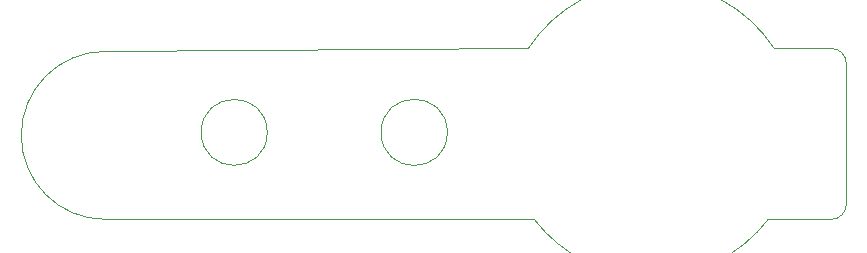
<source format=gm1>
%TF.GenerationSoftware,KiCad,Pcbnew,(6.0.0-0)*%
%TF.CreationDate,2022-03-01T22:49:58-05:00*%
%TF.ProjectId,Project 1 - LED Torch,50726f6a-6563-4742-9031-202d204c4544,rev?*%
%TF.SameCoordinates,Original*%
%TF.FileFunction,Profile,NP*%
%FSLAX46Y46*%
G04 Gerber Fmt 4.6, Leading zero omitted, Abs format (unit mm)*
G04 Created by KiCad (PCBNEW (6.0.0-0)) date 2022-03-01 22:49:58*
%MOMM*%
%LPD*%
G01*
G04 APERTURE LIST*
%TA.AperFunction,Profile*%
%ADD10C,0.100000*%
%TD*%
G04 APERTURE END LIST*
D10*
X177038000Y-113030000D02*
G75*
G03*
X178308000Y-111760000I0J1270000D01*
G01*
X178308000Y-99822000D02*
G75*
G03*
X177038000Y-98552000I-1270000J0D01*
G01*
X178308000Y-111760000D02*
X178308000Y-99822000D01*
X171704000Y-113030000D02*
X177038000Y-113030000D01*
X151892000Y-113030000D02*
G75*
G03*
X171704000Y-113030000I9906000J7620000D01*
G01*
X172215070Y-98556665D02*
X177038000Y-98552000D01*
X172215070Y-98556665D02*
G75*
G03*
X151384001Y-98552000I-10417070J-6853335D01*
G01*
X115570000Y-98806000D02*
G75*
G03*
X115570000Y-113030000I0J-7112000D01*
G01*
X144537522Y-105664000D02*
G75*
G03*
X144537522Y-105664000I-2805522J0D01*
G01*
X129286000Y-105664000D02*
G75*
G03*
X129286000Y-105664000I-2794000J0D01*
G01*
X115570000Y-98806000D02*
X151384001Y-98552000D01*
X151892000Y-113030000D02*
X115570000Y-113030000D01*
M02*

</source>
